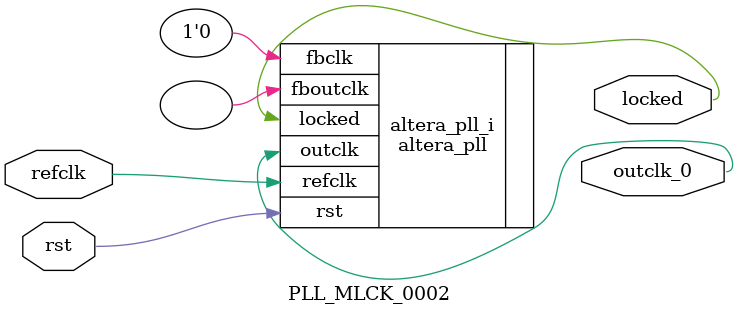
<source format=v>
`timescale 1ns/10ps
module  PLL_MLCK_0002(

	// interface 'refclk'
	input wire refclk,

	// interface 'reset'
	input wire rst,

	// interface 'outclk0'
	output wire outclk_0,

	// interface 'locked'
	output wire locked
);

	altera_pll #(
		.fractional_vco_multiplier("false"),
		.reference_clock_frequency("50.0 MHz"),
		.operation_mode("direct"),
		.number_of_clocks(1),
		.output_clock_frequency0("12.288135 MHz"),
		.phase_shift0("0 ps"),
		.duty_cycle0(50),
		.output_clock_frequency1("0 MHz"),
		.phase_shift1("0 ps"),
		.duty_cycle1(50),
		.output_clock_frequency2("0 MHz"),
		.phase_shift2("0 ps"),
		.duty_cycle2(50),
		.output_clock_frequency3("0 MHz"),
		.phase_shift3("0 ps"),
		.duty_cycle3(50),
		.output_clock_frequency4("0 MHz"),
		.phase_shift4("0 ps"),
		.duty_cycle4(50),
		.output_clock_frequency5("0 MHz"),
		.phase_shift5("0 ps"),
		.duty_cycle5(50),
		.output_clock_frequency6("0 MHz"),
		.phase_shift6("0 ps"),
		.duty_cycle6(50),
		.output_clock_frequency7("0 MHz"),
		.phase_shift7("0 ps"),
		.duty_cycle7(50),
		.output_clock_frequency8("0 MHz"),
		.phase_shift8("0 ps"),
		.duty_cycle8(50),
		.output_clock_frequency9("0 MHz"),
		.phase_shift9("0 ps"),
		.duty_cycle9(50),
		.output_clock_frequency10("0 MHz"),
		.phase_shift10("0 ps"),
		.duty_cycle10(50),
		.output_clock_frequency11("0 MHz"),
		.phase_shift11("0 ps"),
		.duty_cycle11(50),
		.output_clock_frequency12("0 MHz"),
		.phase_shift12("0 ps"),
		.duty_cycle12(50),
		.output_clock_frequency13("0 MHz"),
		.phase_shift13("0 ps"),
		.duty_cycle13(50),
		.output_clock_frequency14("0 MHz"),
		.phase_shift14("0 ps"),
		.duty_cycle14(50),
		.output_clock_frequency15("0 MHz"),
		.phase_shift15("0 ps"),
		.duty_cycle15(50),
		.output_clock_frequency16("0 MHz"),
		.phase_shift16("0 ps"),
		.duty_cycle16(50),
		.output_clock_frequency17("0 MHz"),
		.phase_shift17("0 ps"),
		.duty_cycle17(50),
		.pll_type("General"),
		.pll_subtype("General")
	) altera_pll_i (
		.rst	(rst),
		.outclk	({outclk_0}),
		.locked	(locked),
		.fboutclk	( ),
		.fbclk	(1'b0),
		.refclk	(refclk)
	);
endmodule


</source>
